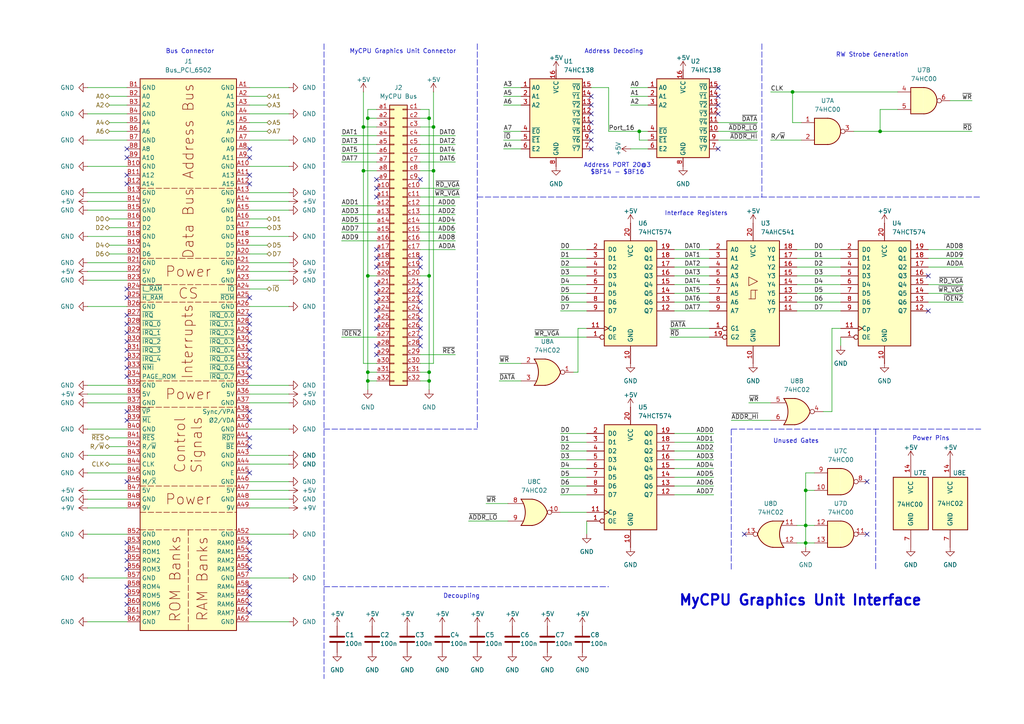
<source format=kicad_sch>
(kicad_sch (version 20231120) (generator "eeschema") (generator_version "8.0")
  (paper "A4")
  (title_block (title "S65xx Computer System") (date "2024-06-30") (rev "1.0") (company "Synthron"))
  (junction (at 233.68 152.4))
  (junction (at 124.46 107.95))
  (junction (at 125.73 49.53))
  (junction (at 255.27 38.1))
  (junction (at 124.46 110.49))
  (junction (at 125.73 36.83))
  (junction (at 106.68 110.49))
  (junction (at 229.87 26.67))
  (junction (at 105.41 49.53))
  (junction (at 124.46 34.29))
  (junction (at 106.68 34.29))
  (junction (at 185.42 38.1))
  (junction (at 105.41 36.83))
  (junction (at 233.68 157.48))
  (junction (at 124.46 80.01))
  (junction (at 106.68 107.95))
  (junction (at 233.68 142.24))
  (junction (at 106.68 80.01))
  (no_connect (at 121.92 77.47))
  (no_connect (at 72.39 45.72))
  (no_connect (at 72.39 137.16))
  (no_connect (at 109.22 102.87))
  (no_connect (at 109.22 77.47))
  (no_connect (at 36.83 121.92))
  (no_connect (at 121.92 95.25))
  (no_connect (at 72.39 101.6))
  (no_connect (at 36.83 119.38))
  (no_connect (at 36.83 177.8))
  (no_connect (at 36.83 104.14))
  (no_connect (at 72.39 99.06))
  (no_connect (at 36.83 50.8))
  (no_connect (at 109.22 90.17))
  (no_connect (at 269.24 80.01))
  (no_connect (at 36.83 96.52))
  (no_connect (at 215.9 154.94))
  (no_connect (at 109.22 74.93))
  (no_connect (at 72.39 170.18))
  (no_connect (at 36.83 93.98))
  (no_connect (at 72.39 127))
  (no_connect (at 72.39 162.56))
  (no_connect (at 36.83 160.02))
  (no_connect (at 72.39 175.26))
  (no_connect (at 72.39 43.18))
  (no_connect (at 36.83 175.26))
  (no_connect (at 36.83 170.18))
  (no_connect (at 109.22 57.15))
  (no_connect (at 109.22 85.09))
  (no_connect (at 171.45 43.18))
  (no_connect (at 109.22 92.71))
  (no_connect (at 36.83 86.36))
  (no_connect (at 121.92 100.33))
  (no_connect (at 109.22 100.33))
  (no_connect (at 251.46 139.7))
  (no_connect (at 109.22 52.07))
  (no_connect (at 36.83 91.44))
  (no_connect (at 72.39 172.72))
  (no_connect (at 109.22 72.39))
  (no_connect (at 72.39 91.44))
  (no_connect (at 36.83 139.7))
  (no_connect (at 72.39 50.8))
  (no_connect (at 36.83 53.34))
  (no_connect (at 72.39 93.98))
  (no_connect (at 109.22 54.61))
  (no_connect (at 72.39 104.14))
  (no_connect (at 208.28 30.48))
  (no_connect (at 72.39 53.34))
  (no_connect (at 72.39 86.36))
  (no_connect (at 171.45 27.94))
  (no_connect (at 121.92 85.09))
  (no_connect (at 208.28 43.18))
  (no_connect (at 121.92 82.55))
  (no_connect (at 72.39 160.02))
  (no_connect (at 121.92 90.17))
  (no_connect (at 171.45 40.64))
  (no_connect (at 36.83 45.72))
  (no_connect (at 72.39 109.22))
  (no_connect (at 36.83 83.82))
  (no_connect (at 72.39 119.38))
  (no_connect (at 36.83 109.22))
  (no_connect (at 109.22 82.55))
  (no_connect (at 121.92 74.93))
  (no_connect (at 109.22 95.25))
  (no_connect (at 72.39 157.48))
  (no_connect (at 36.83 43.18))
  (no_connect (at 121.92 87.63))
  (no_connect (at 36.83 101.6))
  (no_connect (at 208.28 27.94))
  (no_connect (at 251.46 154.94))
  (no_connect (at 36.83 157.48))
  (no_connect (at 171.45 30.48))
  (no_connect (at 72.39 96.52))
  (no_connect (at 121.92 97.79))
  (no_connect (at 72.39 106.68))
  (no_connect (at 72.39 177.8))
  (no_connect (at 171.45 38.1))
  (no_connect (at 72.39 165.1))
  (no_connect (at 269.24 90.17))
  (no_connect (at 171.45 35.56))
  (no_connect (at 208.28 25.4))
  (no_connect (at 36.83 165.1))
  (no_connect (at 171.45 33.02))
  (no_connect (at 36.83 99.06))
  (no_connect (at 121.92 92.71))
  (no_connect (at 72.39 121.92))
  (no_connect (at 36.83 172.72))
  (no_connect (at 208.28 33.02))
  (no_connect (at 36.83 106.68))
  (no_connect (at 72.39 129.54))
  (no_connect (at 109.22 87.63))
  (no_connect (at 36.83 162.56))
  (no_connect (at 121.92 52.07))
  (wire (pts (xy 182.88 27.94) (xy 187.96 27.94)))
  (wire (pts (xy 121.92 105.41) (xy 125.73 105.41)))
  (wire (pts (xy 207.01 138.43) (xy 195.58 138.43)))
  (wire (pts (xy 124.46 31.75) (xy 121.92 31.75)))
  (wire (pts (xy 31.75 27.94) (xy 36.83 27.94)))
  (wire (pts (xy 247.65 38.1) (xy 255.27 38.1)))
  (wire (pts (xy 99.06 46.99) (xy 109.22 46.99)))
  (wire (pts (xy 243.84 85.09) (xy 231.14 85.09)))
  (wire (pts (xy 231.14 77.47) (xy 243.84 77.47)))
  (wire (pts (xy 25.4 78.74) (xy 36.83 78.74)))
  (wire (pts (xy 255.27 31.75) (xy 260.35 31.75)))
  (wire (pts (xy 241.3 119.38) (xy 241.3 95.25)))
  (wire (pts (xy 279.4 87.63) (xy 269.24 87.63)))
  (wire (pts (xy 162.56 80.01) (xy 170.18 80.01)))
  (wire (pts (xy 99.06 62.23) (xy 109.22 62.23)))
  (wire (pts (xy 243.84 87.63) (xy 231.14 87.63)))
  (wire (pts (xy 106.68 80.01) (xy 106.68 34.29)))
  (wire (pts (xy 162.56 140.97) (xy 170.18 140.97)))
  (wire (pts (xy 25.4 81.28) (xy 36.83 81.28)))
  (wire (pts (xy 229.87 26.67) (xy 260.35 26.67)))
  (wire (pts (xy 162.56 128.27) (xy 170.18 128.27)))
  (wire (pts (xy 106.68 107.95) (xy 106.68 110.49)))
  (wire (pts (xy 83.82 55.88) (xy 72.39 55.88)))
  (wire (pts (xy 121.92 110.49) (xy 124.46 110.49)))
  (wire (pts (xy 83.82 116.84) (xy 72.39 116.84)))
  (wire (pts (xy 195.58 82.55) (xy 205.74 82.55)))
  (wire (pts (xy 185.42 38.1) (xy 185.42 40.64)))
  (wire (pts (xy 231.14 157.48) (xy 233.68 157.48)))
  (wire (pts (xy 106.68 107.95) (xy 109.22 107.95)))
  (wire (pts (xy 109.22 105.41) (xy 105.41 105.41)))
  (wire (pts (xy 162.56 77.47) (xy 170.18 77.47)))
  (wire (pts (xy 83.82 48.26) (xy 72.39 48.26)))
  (wire (pts (xy 99.06 64.77) (xy 109.22 64.77)))
  (wire (pts (xy 132.08 44.45) (xy 121.92 44.45)))
  (wire (pts (xy 31.75 30.48) (xy 36.83 30.48)))
  (wire (pts (xy 83.82 154.94) (xy 72.39 154.94)))
  (wire (pts (xy 205.74 74.93) (xy 195.58 74.93)))
  (wire (pts (xy 99.06 67.31) (xy 109.22 67.31)))
  (wire (pts (xy 229.87 35.56) (xy 229.87 26.67)))
  (wire (pts (xy 83.82 114.3) (xy 72.39 114.3)))
  (wire (pts (xy 83.82 88.9) (xy 72.39 88.9)))
  (wire (pts (xy 106.68 34.29) (xy 109.22 34.29)))
  (wire (pts (xy 162.56 138.43) (xy 170.18 138.43)))
  (wire (pts (xy 279.4 74.93) (xy 269.24 74.93)))
  (wire (pts (xy 162.56 85.09) (xy 170.18 85.09)))
  (wire (pts (xy 25.4 167.64) (xy 36.83 167.64)))
  (wire (pts (xy 31.75 129.54) (xy 36.83 129.54)))
  (wire (pts (xy 99.06 44.45) (xy 109.22 44.45)))
  (wire (pts (xy 77.47 38.1) (xy 72.39 38.1)))
  (wire (pts (xy 25.4 58.42) (xy 36.83 58.42)))
  (wire (pts (xy 241.3 95.25) (xy 243.84 95.25)))
  (wire (pts (xy 105.41 36.83) (xy 109.22 36.83)))
  (wire (pts (xy 219.71 38.1) (xy 208.28 38.1)))
  (wire (pts (xy 25.4 88.9) (xy 36.83 88.9)))
  (wire (pts (xy 243.84 90.17) (xy 231.14 90.17)))
  (wire (pts (xy 83.82 167.64) (xy 72.39 167.64)))
  (wire (pts (xy 162.56 148.59) (xy 170.18 148.59)))
  (wire (pts (xy 77.47 66.04) (xy 72.39 66.04)))
  (wire (pts (xy 232.41 35.56) (xy 229.87 35.56)))
  (wire (pts (xy 83.82 144.78) (xy 72.39 144.78)))
  (wire (pts (xy 255.27 38.1) (xy 255.27 31.75)))
  (wire (pts (xy 25.4 33.02) (xy 36.83 33.02)))
  (wire (pts (xy 25.4 68.58) (xy 36.83 68.58)))
  (wire (pts (xy 151.13 105.41) (xy 144.78 105.41)))
  (wire (pts (xy 25.4 144.78) (xy 36.83 144.78)))
  (wire (pts (xy 25.4 132.08) (xy 36.83 132.08)))
  (wire (pts (xy 132.08 69.85) (xy 121.92 69.85)))
  (wire (pts (xy 25.4 40.64) (xy 36.83 40.64)))
  (wire (pts (xy 255.27 38.1) (xy 281.94 38.1)))
  (wire (pts (xy 146.05 30.48) (xy 151.13 30.48)))
  (wire (pts (xy 77.47 35.56) (xy 72.39 35.56)))
  (wire (pts (xy 77.47 27.94) (xy 72.39 27.94)))
  (wire (pts (xy 25.4 60.96) (xy 36.83 60.96)))
  (wire (pts (xy 25.4 154.94) (xy 36.83 154.94)))
  (wire (pts (xy 223.52 116.84) (xy 217.17 116.84)))
  (wire (pts (xy 99.06 69.85) (xy 109.22 69.85)))
  (wire (pts (xy 182.88 30.48) (xy 187.96 30.48)))
  (wire (pts (xy 31.75 71.12) (xy 36.83 71.12)))
  (wire (pts (xy 154.94 97.79) (xy 170.18 97.79)))
  (wire (pts (xy 243.84 82.55) (xy 231.14 82.55)))
  (polyline (pts (xy 138.43 57.15) (xy 284.48 57.15)) (stroke (width 0) (type dash)))
  (wire (pts (xy 25.4 55.88) (xy 36.83 55.88)))
  (wire (pts (xy 83.82 60.96) (xy 72.39 60.96)))
  (wire (pts (xy 25.4 114.3) (xy 36.83 114.3)))
  (wire (pts (xy 219.71 40.64) (xy 208.28 40.64)))
  (polyline (pts (xy 254 124.46) (xy 254 165.1)) (stroke (width 0) (type dash)))
  (wire (pts (xy 176.53 38.1) (xy 176.53 25.4)))
  (wire (pts (xy 106.68 80.01) (xy 109.22 80.01)))
  (wire (pts (xy 124.46 80.01) (xy 121.92 80.01)))
  (wire (pts (xy 243.84 74.93) (xy 231.14 74.93)))
  (wire (pts (xy 162.56 143.51) (xy 170.18 143.51)))
  (wire (pts (xy 146.05 43.18) (xy 151.13 43.18)))
  (wire (pts (xy 279.4 82.55) (xy 269.24 82.55)))
  (wire (pts (xy 279.4 77.47) (xy 269.24 77.47)))
  (wire (pts (xy 195.58 85.09) (xy 205.74 85.09)))
  (wire (pts (xy 146.05 25.4) (xy 151.13 25.4)))
  (wire (pts (xy 279.4 85.09) (xy 269.24 85.09)))
  (wire (pts (xy 31.75 134.62) (xy 36.83 134.62)))
  (wire (pts (xy 132.08 62.23) (xy 121.92 62.23)))
  (wire (pts (xy 146.05 38.1) (xy 151.13 38.1)))
  (wire (pts (xy 207.01 140.97) (xy 195.58 140.97)))
  (wire (pts (xy 106.68 31.75) (xy 109.22 31.75)))
  (wire (pts (xy 231.14 152.4) (xy 233.68 152.4)))
  (wire (pts (xy 83.82 33.02) (xy 72.39 33.02)))
  (wire (pts (xy 106.68 107.95) (xy 106.68 80.01)))
  (wire (pts (xy 31.75 66.04) (xy 36.83 66.04)))
  (wire (pts (xy 171.45 25.4) (xy 176.53 25.4)))
  (wire (pts (xy 233.68 152.4) (xy 233.68 157.48)))
  (wire (pts (xy 233.68 152.4) (xy 233.68 142.24)))
  (wire (pts (xy 124.46 80.01) (xy 124.46 34.29)))
  (wire (pts (xy 233.68 142.24) (xy 233.68 137.16)))
  (wire (pts (xy 125.73 105.41) (xy 125.73 49.53)))
  (wire (pts (xy 207.01 130.81) (xy 195.58 130.81)))
  (wire (pts (xy 195.58 77.47) (xy 205.74 77.47)))
  (wire (pts (xy 83.82 134.62) (xy 72.39 134.62)))
  (wire (pts (xy 144.78 110.49) (xy 151.13 110.49)))
  (wire (pts (xy 83.82 180.34) (xy 72.39 180.34)))
  (wire (pts (xy 31.75 63.5) (xy 36.83 63.5)))
  (wire (pts (xy 124.46 34.29) (xy 121.92 34.29)))
  (wire (pts (xy 231.14 80.01) (xy 243.84 80.01)))
  (polyline (pts (xy 220.98 12.7) (xy 220.98 57.15)) (stroke (width 0) (type dash)))
  (wire (pts (xy 275.59 29.21) (xy 281.94 29.21)))
  (wire (pts (xy 233.68 157.48) (xy 236.22 157.48)))
  (wire (pts (xy 124.46 107.95) (xy 121.92 107.95)))
  (wire (pts (xy 83.82 139.7) (xy 72.39 139.7)))
  (wire (pts (xy 124.46 34.29) (xy 124.46 31.75)))
  (wire (pts (xy 132.08 46.99) (xy 121.92 46.99)))
  (wire (pts (xy 207.01 135.89) (xy 195.58 135.89)))
  (wire (pts (xy 25.4 180.34) (xy 36.83 180.34)))
  (wire (pts (xy 243.84 72.39) (xy 231.14 72.39)))
  (wire (pts (xy 83.82 68.58) (xy 72.39 68.58)))
  (wire (pts (xy 106.68 110.49) (xy 106.68 113.03)))
  (wire (pts (xy 25.4 116.84) (xy 36.83 116.84)))
  (wire (pts (xy 83.82 58.42) (xy 72.39 58.42)))
  (wire (pts (xy 124.46 107.95) (xy 124.46 110.49)))
  (wire (pts (xy 124.46 110.49) (xy 124.46 113.03)))
  (polyline (pts (xy 212.09 165.1) (xy 212.09 124.46)) (stroke (width 0) (type dash)))
  (wire (pts (xy 83.82 124.46) (xy 72.39 124.46)))
  (wire (pts (xy 31.75 73.66) (xy 36.83 73.66)))
  (wire (pts (xy 233.68 142.24) (xy 236.22 142.24)))
  (wire (pts (xy 207.01 143.51) (xy 195.58 143.51)))
  (wire (pts (xy 125.73 36.83) (xy 121.92 36.83)))
  (wire (pts (xy 233.68 152.4) (xy 236.22 152.4)))
  (wire (pts (xy 99.06 41.91) (xy 109.22 41.91)))
  (wire (pts (xy 162.56 72.39) (xy 170.18 72.39)))
  (wire (pts (xy 167.64 107.95) (xy 167.64 95.25)))
  (wire (pts (xy 83.82 132.08) (xy 72.39 132.08)))
  (wire (pts (xy 162.56 90.17) (xy 170.18 90.17)))
  (wire (pts (xy 121.92 57.15) (xy 133.35 57.15)))
  (wire (pts (xy 25.4 76.2) (xy 36.83 76.2)))
  (wire (pts (xy 195.58 90.17) (xy 205.74 90.17)))
  (wire (pts (xy 187.96 38.1) (xy 185.42 38.1)))
  (wire (pts (xy 83.82 25.4) (xy 72.39 25.4)))
  (wire (pts (xy 99.06 97.79) (xy 109.22 97.79)))
  (wire (pts (xy 219.71 35.56) (xy 208.28 35.56)))
  (wire (pts (xy 31.75 35.56) (xy 36.83 35.56)))
  (wire (pts (xy 77.47 63.5) (xy 72.39 63.5)))
  (wire (pts (xy 233.68 137.16) (xy 236.22 137.16)))
  (wire (pts (xy 105.41 49.53) (xy 105.41 36.83)))
  (wire (pts (xy 279.4 72.39) (xy 269.24 72.39)))
  (wire (pts (xy 223.52 26.67) (xy 229.87 26.67)))
  (wire (pts (xy 195.58 80.01) (xy 205.74 80.01)))
  (wire (pts (xy 105.41 26.67) (xy 105.41 36.83)))
  (wire (pts (xy 83.82 111.76) (xy 72.39 111.76)))
  (wire (pts (xy 83.82 81.28) (xy 72.39 81.28)))
  (wire (pts (xy 83.82 76.2) (xy 72.39 76.2)))
  (wire (pts (xy 132.08 39.37) (xy 121.92 39.37)))
  (wire (pts (xy 176.53 38.1) (xy 185.42 38.1)))
  (wire (pts (xy 31.75 127) (xy 36.83 127)))
  (wire (pts (xy 162.56 74.93) (xy 170.18 74.93)))
  (wire (pts (xy 25.4 147.32) (xy 36.83 147.32)))
  (wire (pts (xy 124.46 107.95) (xy 124.46 80.01)))
  (wire (pts (xy 77.47 71.12) (xy 72.39 71.12)))
  (wire (pts (xy 99.06 39.37) (xy 109.22 39.37)))
  (polyline (pts (xy 212.09 124.46) (xy 284.48 124.46)) (stroke (width 0) (type dash)))
  (wire (pts (xy 109.22 49.53) (xy 105.41 49.53)))
  (wire (pts (xy 125.73 26.67) (xy 125.73 36.83)))
  (wire (pts (xy 83.82 78.74) (xy 72.39 78.74)))
  (wire (pts (xy 212.09 121.92) (xy 223.52 121.92)))
  (wire (pts (xy 132.08 59.69) (xy 121.92 59.69)))
  (wire (pts (xy 25.4 48.26) (xy 36.83 48.26)))
  (polyline (pts (xy 93.98 12.7) (xy 93.98 196.85)) (stroke (width 0) (type dash)))
  (wire (pts (xy 162.56 125.73) (xy 170.18 125.73)))
  (wire (pts (xy 83.82 147.32) (xy 72.39 147.32)))
  (wire (pts (xy 25.4 25.4) (xy 36.83 25.4)))
  (wire (pts (xy 185.42 40.64) (xy 187.96 40.64)))
  (wire (pts (xy 170.18 151.13) (xy 170.18 154.94)))
  (wire (pts (xy 132.08 67.31) (xy 121.92 67.31)))
  (polyline (pts (xy 138.43 12.7) (xy 138.43 124.46)) (stroke (width 0) (type dash)))
  (wire (pts (xy 105.41 105.41) (xy 105.41 49.53)))
  (wire (pts (xy 147.32 146.05) (xy 140.97 146.05)))
  (wire (pts (xy 195.58 72.39) (xy 205.74 72.39)))
  (wire (pts (xy 132.08 64.77) (xy 121.92 64.77)))
  (wire (pts (xy 207.01 128.27) (xy 195.58 128.27)))
  (wire (pts (xy 146.05 27.94) (xy 151.13 27.94)))
  (wire (pts (xy 241.3 119.38) (xy 238.76 119.38)))
  (wire (pts (xy 25.4 124.46) (xy 36.83 124.46)))
  (wire (pts (xy 233.68 157.48) (xy 233.68 158.75)))
  (wire (pts (xy 83.82 40.64) (xy 72.39 40.64)))
  (wire (pts (xy 194.31 97.79) (xy 205.74 97.79)))
  (wire (pts (xy 132.08 41.91) (xy 121.92 41.91)))
  (wire (pts (xy 223.52 40.64) (xy 232.41 40.64)))
  (wire (pts (xy 243.84 100.33) (xy 243.84 97.79)))
  (wire (pts (xy 132.08 72.39) (xy 121.92 72.39)))
  (wire (pts (xy 77.47 73.66) (xy 72.39 73.66)))
  (wire (pts (xy 146.05 40.64) (xy 151.13 40.64)))
  (wire (pts (xy 77.47 83.82) (xy 72.39 83.82)))
  (wire (pts (xy 135.89 151.13) (xy 147.32 151.13)))
  (polyline (pts (xy 93.98 124.46) (xy 138.43 124.46)) (stroke (width 0) (type dash)))
  (wire (pts (xy 162.56 130.81) (xy 170.18 130.81)))
  (wire (pts (xy 162.56 82.55) (xy 170.18 82.55)))
  (wire (pts (xy 121.92 54.61) (xy 133.35 54.61)))
  (polyline (pts (xy 93.98 170.18) (xy 176.53 170.18)) (stroke (width 0) (type dash)))
  (wire (pts (xy 207.01 133.35) (xy 195.58 133.35)))
  (wire (pts (xy 162.56 87.63) (xy 170.18 87.63)))
  (wire (pts (xy 25.4 137.16) (xy 36.83 137.16)))
  (wire (pts (xy 121.92 102.87) (xy 132.08 102.87)))
  (wire (pts (xy 77.47 30.48) (xy 72.39 30.48)))
  (wire (pts (xy 182.88 25.4) (xy 187.96 25.4)))
  (wire (pts (xy 205.74 87.63) (xy 195.58 87.63)))
  (wire (pts (xy 83.82 142.24) (xy 72.39 142.24)))
  (wire (pts (xy 99.06 59.69) (xy 109.22 59.69)))
  (wire (pts (xy 25.4 142.24) (xy 36.83 142.24)))
  (wire (pts (xy 25.4 111.76) (xy 36.83 111.76)))
  (wire (pts (xy 162.56 133.35) (xy 170.18 133.35)))
  (wire (pts (xy 109.22 110.49) (xy 106.68 110.49)))
  (wire (pts (xy 162.56 135.89) (xy 170.18 135.89)))
  (wire (pts (xy 125.73 49.53) (xy 125.73 36.83)))
  (wire (pts (xy 167.64 107.95) (xy 166.37 107.95)))
  (wire (pts (xy 194.31 95.25) (xy 205.74 95.25)))
  (wire (pts (xy 167.64 95.25) (xy 170.18 95.25)))
  (wire (pts (xy 207.01 125.73) (xy 195.58 125.73)))
  (wire (pts (xy 106.68 34.29) (xy 106.68 31.75)))
  (wire (pts (xy 121.92 49.53) (xy 125.73 49.53)))
  (wire (pts (xy 182.88 43.18) (xy 187.96 43.18)))
  (wire (pts (xy 31.75 38.1) (xy 36.83 38.1)))
  (text "Power Pins" (at 270.002 127.254 0) (effects (font (size 1.27 1.27))))
  (text "MyCPU Graphics Unit Connector" (at 116.84 14.986 0) (effects (font (size 1.27 1.27))))
  (text "RW Strobe Generation" (at 252.984 16.002 0) (effects (font (size 1.27 1.27))))
  (text "Address Decoding" (at 178.054 14.986 0) (effects (font (size 1.27 1.27))))
  (text "MyCPU Graphics Unit Interface" (at 232.156 174.244 0) (effects (font (size 3 3) (thickness 0.6) (bold yes))))
  (text "Interface Registers" (at 201.93 61.976 0) (effects (font (size 1.27 1.27))))
  (text "Bus Connector" (at 55.118 14.986 0) (effects (font (size 1.27 1.27))))
  (text "Unused Gates" (at 230.886 128.016 0) (effects (font (size 1.27 1.27))))
  (text "Address PORT 20@3\n$BF14 - $BF16" (at 179.07 49.022 0) (effects (font (size 1.27 1.27))))
  (text "Decoupling" (at 133.858 172.974 0) (effects (font (size 1.27 1.27))))
  (label "D4" (at 238.76 82.55 180))
  (label "D1" (at 238.76 74.93 180))
  (label "ADDA" (at 279.4 77.47 180))
  (label "~{RD}" (at 194.31 97.79 0))
  (label "~{ADDR_HI}" (at 212.09 121.92 0))
  (label "A0" (at 182.88 25.4 0))
  (label "ADD3" (at 207.01 133.35 180))
  (label "ADD6" (at 132.08 67.31 180))
  (label "A7" (at 146.05 38.1 0))
  (label "DAT7" (at 203.2 90.17 180))
  (label "DAT0" (at 203.2 72.39 180))
  (label "~{RES}" (at 132.08 102.87 180))
  (label "~{WR}" (at 217.17 116.84 0))
  (label "~{WR_VGA}" (at 279.4 85.09 180))
  (label "D2" (at 162.56 130.81 0))
  (label "CLK" (at 223.52 26.67 0))
  (label "ADD5" (at 99.06 64.77 0))
  (label "~{WR}" (at 144.78 105.41 0))
  (label "DAT1" (at 99.06 39.37 0))
  (label "D5" (at 162.56 138.43 0))
  (label "~{RD_VGA}" (at 133.35 54.61 180))
  (label "Port_16" (at 176.53 38.1 0))
  (label "~{WR_VGA}" (at 133.35 57.15 180))
  (label "~{ADDR_HI}" (at 219.71 40.64 180))
  (label "DAT6" (at 132.08 46.99 180))
  (label "ADD2" (at 207.01 130.81 180))
  (label "ADD6" (at 207.01 140.97 180))
  (label "D7" (at 162.56 90.17 0))
  (label "D2" (at 238.76 77.47 180))
  (label "D4" (at 162.56 82.55 0))
  (label "~{DATA}" (at 194.31 95.25 0))
  (label "ADD3" (at 99.06 62.23 0))
  (label "DAT2" (at 203.2 77.47 180))
  (label "~{DATA}" (at 219.71 35.56 180))
  (label "DAT0" (at 132.08 39.37 180))
  (label "~{RD}" (at 281.94 38.1 180))
  (label "ADD7" (at 207.01 143.51 180))
  (label "D6" (at 238.76 87.63 180))
  (label "~{DATA}" (at 144.78 110.49 0))
  (label "D6" (at 162.56 87.63 0))
  (label "ADD4" (at 132.08 64.77 180))
  (label "D7" (at 238.76 90.17 180))
  (label "ADD7" (at 99.06 67.31 0))
  (label "D3" (at 162.56 133.35 0))
  (label "ADD9" (at 279.4 74.93 180))
  (label "~{ADDR_LO}" (at 219.71 38.1 180))
  (label "D1" (at 162.56 74.93 0))
  (label "ADD8" (at 132.08 69.85 180))
  (label "~{IOEN2}" (at 279.4 87.63 180))
  (label "D7" (at 162.56 143.51 0))
  (label "D0" (at 238.76 72.39 180))
  (label "D6" (at 162.56 140.97 0))
  (label "~{IOEN2}" (at 99.06 97.79 0))
  (label "A3" (at 146.05 25.4 0))
  (label "ADD9" (at 99.06 69.85 0))
  (label "DAT4" (at 203.2 82.55 180))
  (label "DAT2" (at 132.08 41.91 180))
  (label "A1" (at 182.88 27.94 0))
  (label "DAT5" (at 203.2 85.09 180))
  (label "A4" (at 146.05 43.18 0))
  (label "DAT6" (at 203.2 87.63 180))
  (label "D0" (at 162.56 125.73 0))
  (label "ADD0" (at 132.08 59.69 180))
  (label "D5" (at 162.56 85.09 0))
  (label "D0" (at 162.56 72.39 0))
  (label "DAT4" (at 132.08 44.45 180))
  (label "ADD1" (at 99.06 59.69 0))
  (label "ADD1" (at 207.01 128.27 180))
  (label "ADD4" (at 207.01 135.89 180))
  (label "D2" (at 162.56 77.47 0))
  (label "~{WR}" (at 140.97 146.05 0))
  (label "A5" (at 146.05 27.94 0))
  (label "D1" (at 162.56 128.27 0))
  (label "~{WR}" (at 281.94 29.21 180))
  (label "A2" (at 182.88 30.48 0))
  (label "ADDA" (at 132.08 72.39 180))
  (label "ADD5" (at 207.01 138.43 180))
  (label "DAT1" (at 203.2 74.93 180))
  (label "DAT3" (at 99.06 41.91 0))
  (label "DAT3" (at 203.2 80.01 180))
  (label "D5" (at 238.76 85.09 180))
  (label "DAT5" (at 99.06 44.45 0))
  (label "~{WR_VGA}" (at 154.94 97.79 0))
  (label "ADD0" (at 207.01 125.73 180))
  (label "DAT7" (at 99.06 46.99 0))
  (label "~{RD_VGA}" (at 279.4 82.55 180))
  (label "ADD2" (at 132.08 62.23 180))
  (label "D4" (at 162.56 135.89 0))
  (label "ADD8" (at 279.4 72.39 180))
  (label "D3" (at 238.76 80.01 180))
  (label "~{ADDR_LO}" (at 135.89 151.13 0))
  (label "R{slash}~{W}" (at 223.52 40.64 0))
  (label "~{IO}" (at 146.05 40.64 0))
  (label "D3" (at 162.56 80.01 0))
  (label "A6" (at 146.05 30.48 0))
  (hierarchical_label "D7" (shape bidirectional) (at 77.47 73.66 0))
  (hierarchical_label "A1" (shape bidirectional) (at 77.47 27.94 0))
  (hierarchical_label "A0" (shape bidirectional) (at 31.75 27.94 180))
  (hierarchical_label "A2" (shape bidirectional) (at 31.75 30.48 180))
  (hierarchical_label "A4" (shape bidirectional) (at 31.75 35.56 180))
  (hierarchical_label "D6" (shape bidirectional) (at 31.75 73.66 180))
  (hierarchical_label "D2" (shape bidirectional) (at 31.75 66.04 180))
  (hierarchical_label "CLK" (shape bidirectional) (at 31.75 134.62 180))
  (hierarchical_label "D0" (shape bidirectional) (at 31.75 63.5 180))
  (hierarchical_label "D5" (shape bidirectional) (at 77.47 71.12 0))
  (hierarchical_label "~{RES}" (shape bidirectional) (at 31.75 127 180))
  (hierarchical_label "A6" (shape bidirectional) (at 31.75 38.1 180))
  (hierarchical_label "A5" (shape bidirectional) (at 77.47 35.56 0))
  (hierarchical_label "R{slash}~{W}" (shape bidirectional) (at 31.75 129.54 180))
  (hierarchical_label "~{IO}" (shape bidirectional) (at 77.47 83.82 0))
  (hierarchical_label "A3" (shape bidirectional) (at 77.47 30.48 0))
  (hierarchical_label "A7" (shape bidirectional) (at 77.47 38.1 0))
  (hierarchical_label "D4" (shape bidirectional) (at 31.75 71.12 180))
  (hierarchical_label "D1" (shape bidirectional) (at 77.47 63.5 0))
  (hierarchical_label "D3" (shape bidirectional) (at 77.47 66.04 0))
  (symbol (lib_id "power:+5V") (at 264.16 133.35 0) (mirror y) (unit 1)
    (property "Reference" "#PWR072" (effects (hide yes)))
    (property "Value" "+5V" (at 264.16 129.794 0))
    (property "Description" "Power symbol creates a global label with name \"+5V\"" (effects (hide yes)))
  )
  (symbol (lib_id "power:+5V") (at 182.88 118.11 0) (mirror y) (unit 1)
    (property "Reference" "#PWR059" (effects (hide yes)))
    (property "Value" "+5V" (at 182.88 114.554 0))
    (property "Description" "Power symbol creates a global label with name \"+5V\"" (effects (hide yes)))
  )
  (symbol (lib_id "74xx:74HC02") (at 158.75 107.95 0) (unit 1)
    (property "Reference" "U8" (at 158.75 99.06 0))
    (property "Value" "74HC02" (at 158.75 101.6 0))
    (property "Footprint" "Package_DIP:DIP-14_W7.62mm" (effects (hide yes)))
    (property "Datasheet" "http://www.ti.com/lit/gpn/sn74hc02" (effects (hide yes)))
    (property "Description" "quad 2-input NOR gate" (effects (hide yes)))
  )
  (symbol (lib_id "power:+5V") (at 83.82 142.24 270) (mirror x) (unit 1)
    (property "Reference" "#PWR039" (effects (hide yes)))
    (property "Value" "+5V" (at 87.63 142.2399 90) (effects (justify left)))
    (property "Description" "Power symbol creates a global label with name \"+5V\"" (effects (hide yes)))
  )
  (symbol (lib_id "power:GND") (at 25.4 60.96 270) (unit 1)
    (property "Reference" "#PWR013" (effects (hide yes)))
    (property "Value" "GND" (at 21.59 60.9599 90) (effects (justify right)))
    (property "Description" "Power symbol creates a global label with name \"GND\" , ground" (effects (hide yes)))
  )
  (symbol (lib_id "power:GND") (at 128.27 189.23 0) (mirror y) (unit 1)
    (property "Reference" "#PWR081" (effects (hide yes)))
    (property "Value" "GND" (at 128.27 194.31 0))
    (property "Description" "Power symbol creates a global label with name \"GND\" , ground" (effects (hide yes)))
  )
  (symbol (lib_id "power:GND") (at 83.82 139.7 90) (mirror x) (unit 1)
    (property "Reference" "#PWR037" (effects (hide yes)))
    (property "Value" "GND" (at 87.63 139.6999 90) (effects (justify right)))
    (property "Description" "Power symbol creates a global label with name \"GND\" , ground" (effects (hide yes)))
  )
  (symbol (lib_id "power:GND") (at 83.82 48.26 90) (mirror x) (unit 1)
    (property "Reference" "#PWR08" (effects (hide yes)))
    (property "Value" "GND" (at 87.63 48.2599 90) (effects (justify right)))
    (property "Description" "Power symbol creates a global label with name \"GND\" , ground" (effects (hide yes)))
  )
  (symbol (lib_id "power:GND") (at 25.4 25.4 270) (unit 1)
    (property "Reference" "#PWR01" (effects (hide yes)))
    (property "Value" "GND" (at 21.59 25.3999 90) (effects (justify right)))
    (property "Description" "Power symbol creates a global label with name \"GND\" , ground" (effects (hide yes)))
  )
  (symbol (lib_id "power:+5V") (at 97.79 181.61 0) (mirror y) (unit 1)
    (property "Reference" "#PWR074" (effects (hide yes)))
    (property "Value" "+5V" (at 97.79 178.054 0))
    (property "Description" "Power symbol creates a global label with name \"+5V\"" (effects (hide yes)))
  )
  (symbol (lib_id "power:GND") (at 218.44 105.41 0) (mirror y) (unit 1)
    (property "Reference" "#PWR056" (effects (hide yes)))
    (property "Value" "GND" (at 218.44 110.49 0))
    (property "Description" "Power symbol creates a global label with name \"GND\" , ground" (effects (hide yes)))
  )
  (symbol (lib_id "74xx:74HC00") (at 243.84 139.7 0) (unit 3)
    (property "Reference" "U7" (at 243.8317 130.81 0))
    (property "Value" "74HC00" (at 243.8317 133.35 0))
    (property "Footprint" "Package_DIP:DIP-14_W7.62mm" (effects (hide yes)))
    (property "Datasheet" "http://www.ti.com/lit/gpn/sn74hc00" (effects (hide yes)))
    (property "Description" "quad 2-input NAND gate" (effects (hide yes)))
  )
  (symbol (lib_id "power:GND") (at 83.82 76.2 90) (mirror x) (unit 1)
    (property "Reference" "#PWR018" (effects (hide yes)))
    (property "Value" "GND" (at 87.63 76.1999 90) (effects (justify right)))
    (property "Description" "Power symbol creates a global label with name \"GND\" , ground" (effects (hide yes)))
  )
  (symbol (lib_id "power:GND") (at 107.95 189.23 0) (mirror y) (unit 1)
    (property "Reference" "#PWR077" (effects (hide yes)))
    (property "Value" "GND" (at 107.95 194.31 0))
    (property "Description" "Power symbol creates a global label with name \"GND\" , ground" (effects (hide yes)))
  )
  (symbol (lib_id "74xx:74HC138") (at 198.12 35.56 0) (unit 1)
    (property "Reference" "U2" (at 200.3141 17.78 0) (effects (justify left)))
    (property "Value" "74HC138" (at 200.3141 20.32 0) (effects (justify left)))
    (property "Footprint" "Package_DIP:DIP-16_W7.62mm" (effects (hide yes)))
    (property "Datasheet" "http://www.ti.com/lit/ds/symlink/cd74hc238.pdf" (effects (hide yes)))
    (property "Description" "3-to-8 line decoder/multiplexer inverting, DIP-16/SOIC-16/SSOP-16" (effects (hide yes)))
  )
  (symbol (lib_id "power:GND") (at 25.4 180.34 270) (unit 1)
    (property "Reference" "#PWR048" (effects (hide yes)))
    (property "Value" "GND" (at 21.59 180.3399 90) (effects (justify right)))
    (property "Description" "Power symbol creates a global label with name \"GND\" , ground" (effects (hide yes)))
  )
  (symbol (lib_id "power:GND") (at 83.82 25.4 90) (mirror x) (unit 1)
    (property "Reference" "#PWR02" (effects (hide yes)))
    (property "Value" "GND" (at 87.63 25.3999 90) (effects (justify right)))
    (property "Description" "Power symbol creates a global label with name \"GND\" , ground" (effects (hide yes)))
  )
  (symbol (lib_id "power:GND") (at 83.82 132.08 90) (mirror x) (unit 1)
    (property "Reference" "#PWR034" (effects (hide yes)))
    (property "Value" "GND" (at 87.63 132.0799 90) (effects (justify right)))
    (property "Description" "Power symbol creates a global label with name \"GND\" , ground" (effects (hide yes)))
  )
  (symbol (lib_id "power:GND") (at 198.12 48.26 0) (mirror y) (unit 1)
    (property "Reference" "#PWR054" (effects (hide yes)))
    (property "Value" "GND" (at 198.12 53.34 0))
    (property "Description" "Power symbol creates a global label with name \"GND\" , ground" (effects (hide yes)))
  )
  (symbol (lib_id "Device:C") (at 97.79 185.42 0) (unit 1)
    (property "Reference" "C1" (at 100.076 184.15 0) (effects (justify left)))
    (property "Value" "100n" (at 100.076 186.69 0) (effects (justify left)))
    (property "Footprint" "Capacitor_SMD:C_0805_2012Metric" (effects (hide yes)))
    (property "Description" "Unpolarized capacitor" (effects (hide yes)))
  )
  (symbol (lib_id "power:GND") (at 256.54 105.41 0) (mirror y) (unit 1)
    (property "Reference" "#PWR062" (effects (hide yes)))
    (property "Value" "GND" (at 256.54 110.49 0))
    (property "Description" "Power symbol creates a global label with name \"GND\" , ground" (effects (hide yes)))
  )
  (symbol (lib_id "power:+5V") (at 218.44 64.77 0) (mirror y) (unit 1)
    (property "Reference" "#PWR055" (effects (hide yes)))
    (property "Value" "+5V" (at 218.44 61.214 0))
    (property "Description" "Power symbol creates a global label with name \"+5V\"" (effects (hide yes)))
  )
  (symbol (lib_id "power:+5V") (at 25.4 58.42 90) (unit 1)
    (property "Reference" "#PWR011" (effects (hide yes)))
    (property "Value" "+5V" (at 21.59 58.4199 90) (effects (justify left)))
    (property "Description" "Power symbol creates a global label with name \"+5V\"" (effects (hide yes)))
  )
  (symbol (lib_id "power:GND") (at 83.82 68.58 90) (mirror x) (unit 1)
    (property "Reference" "#PWR016" (effects (hide yes)))
    (property "Value" "GND" (at 87.63 68.5799 90) (effects (justify right)))
    (property "Description" "Power symbol creates a global label with name \"GND\" , ground" (effects (hide yes)))
  )
  (symbol (lib_id "74xx:74HCT574") (at 256.54 85.09 0) (unit 1)
    (property "Reference" "U4" (at 258.7341 64.77 0) (effects (justify left)))
    (property "Value" "74HCT574" (at 258.7341 67.31 0) (effects (justify left)))
    (property "Footprint" "Package_DIP:DIP-20_W7.62mm" (effects (hide yes)))
    (property "Datasheet" "http://www.ti.com/lit/gpn/sn74HCT574" (effects (hide yes)))
    (property "Description" "8-bit Register, 3-state outputs" (effects (hide yes)))
  )
  (symbol (lib_id "power:+5V") (at 105.41 26.67 0) (mirror y) (unit 1)
    (property "Reference" "#PWR069" (effects (hide yes)))
    (property "Value" "+5V" (at 105.41 23.114 0))
    (property "Description" "Power symbol creates a global label with name \"+5V\"" (effects (hide yes)))
  )
  (symbol (lib_id "power:GND") (at 168.91 189.23 0) (mirror y) (unit 1)
    (property "Reference" "#PWR089" (effects (hide yes)))
    (property "Value" "GND" (at 168.91 194.31 0))
    (property "Description" "Power symbol creates a global label with name \"GND\" , ground" (effects (hide yes)))
  )
  (symbol (lib_id "power:GND") (at 25.4 81.28 270) (unit 1)
    (property "Reference" "#PWR021" (effects (hide yes)))
    (property "Value" "GND" (at 21.59 81.2799 90) (effects (justify right)))
    (property "Description" "Power symbol creates a global label with name \"GND\" , ground" (effects (hide yes)))
  )
  (symbol (lib_id "power:+5V") (at 128.27 181.61 0) (mirror y) (unit 1)
    (property "Reference" "#PWR080" (effects (hide yes)))
    (property "Value" "+5V" (at 128.27 178.054 0))
    (property "Description" "Power symbol creates a global label with name \"+5V\"" (effects (hide yes)))
  )
  (symbol (lib_id "74xx:74HCT574") (at 182.88 85.09 0) (unit 1)
    (property "Reference" "U6" (at 185.0741 64.77 0) (effects (justify left)))
    (property "Value" "74HCT574" (at 185.0741 67.31 0) (effects (justify left)))
    (property "Footprint" "Package_DIP:DIP-20_W7.62mm" (effects (hide yes)))
    (property "Datasheet" "http://www.ti.com/lit/gpn/sn74HCT574" (effects (hide yes)))
    (property "Description" "8-bit Register, 3-state outputs" (effects (hide yes)))
  )
  (symbol (lib_id "power:GND") (at 158.75 189.23 0) (mirror y) (unit 1)
    (property "Reference" "#PWR088" (effects (hide yes)))
    (property "Value" "GND" (at 158.75 194.31 0))
    (property "Description" "Power symbol creates a global label with name \"GND\" , ground" (effects (hide yes)))
  )
  (symbol (lib_id "power:GND") (at 25.4 76.2 270) (unit 1)
    (property "Reference" "#PWR017" (effects (hide yes)))
    (property "Value" "GND" (at 21.59 76.1999 90) (effects (justify right)))
    (property "Description" "Power symbol creates a global label with name \"GND\" , ground" (effects (hide yes)))
  )
  (symbol (lib_id "74xx:74HC02") (at 223.52 154.94 0) (mirror y) (unit 4)
    (property "Reference" "U8" (at 223.52 146.05 0))
    (property "Value" "74HC02" (at 223.52 148.59 0))
    (property "Footprint" "Package_DIP:DIP-14_W7.62mm" (effects (hide yes)))
    (property "Datasheet" "http://www.ti.com/lit/gpn/sn74hc02" (effects (hide yes)))
    (property "Description" "quad 2-input NOR gate" (effects (hide yes)))
  )
  (symbol (lib_id "Device:C") (at 107.95 185.42 0) (unit 1)
    (property "Reference" "C2" (at 110.236 184.15 0) (effects (justify left)))
    (property "Value" "100n" (at 110.236 186.69 0) (effects (justify left)))
    (property "Footprint" "Capacitor_SMD:C_0805_2012Metric" (effects (hide yes)))
    (property "Description" "Unpolarized capacitor" (effects (hide yes)))
  )
  (symbol (lib_id "power:GND") (at 118.11 189.23 0) (mirror y) (unit 1)
    (property "Reference" "#PWR079" (effects (hide yes)))
    (property "Value" "GND" (at 118.11 194.31 0))
    (property "Description" "Power symbol creates a global label with name \"GND\" , ground" (effects (hide yes)))
  )
  (symbol (lib_id "Device:C") (at 118.11 185.42 0) (unit 1)
    (property "Reference" "C3" (at 120.396 184.15 0) (effects (justify left)))
    (property "Value" "100n" (at 120.396 186.69 0) (effects (justify left)))
    (property "Footprint" "Capacitor_SMD:C_0805_2012Metric" (effects (hide yes)))
    (property "Description" "Unpolarized capacitor" (effects (hide yes)))
  )
  (symbol (lib_id "power:+5V") (at 107.95 181.61 0) (mirror y) (unit 1)
    (property "Reference" "#PWR076" (effects (hide yes)))
    (property "Value" "+5V" (at 107.95 178.054 0))
    (property "Description" "Power symbol creates a global label with name \"+5V\"" (effects (hide yes)))
  )
  (symbol (lib_id "power:GND") (at 25.4 137.16 270) (unit 1)
    (property "Reference" "#PWR036" (effects (hide yes)))
    (property "Value" "GND" (at 21.59 137.1599 90) (effects (justify right)))
    (property "Description" "Power symbol creates a global label with name \"GND\" , ground" (effects (hide yes)))
  )
  (symbol (lib_id "power:GND") (at 264.16 158.75 0) (mirror y) (unit 1)
    (property "Reference" "#PWR073" (effects (hide yes)))
    (property "Value" "GND" (at 264.16 163.83 0))
    (property "Description" "Power symbol creates a global label with name \"GND\" , ground" (effects (hide yes)))
  )
  (symbol (lib_id "power:GND") (at 243.84 100.33 0) (mirror y) (unit 1)
    (property "Reference" "#PWR064" (effects (hide yes)))
    (property "Value" "GND" (at 243.84 105.41 0))
    (property "Description" "Power symbol creates a global label with name \"GND\" , ground" (effects (hide yes)))
  )
  (symbol (lib_id "power:+5V") (at 275.59 133.35 0) (mirror y) (unit 1)
    (property "Reference" "#PWR065" (effects (hide yes)))
    (property "Value" "+5V" (at 275.59 129.794 0))
    (property "Description" "Power symbol creates a global label with name \"+5V\"" (effects (hide yes)))
  )
  (symbol (lib_id "Connector:DIN41612_02x32_AC") (at 114.3 69.85 0) (unit 1)
    (property "Reference" "J2" (at 115.57 25.4 0))
    (property "Value" "MyCPU Bus" (at 115.57 27.94 0))
    (property "Footprint" "Connector_DIN:DIN41612_C_2x32_Male_Horizontal_THT" (effects (hide yes)))
    (property "Description" "DIN41612 connector, double row (AC), 02x32, script generated (kicad-library-utils/schlib/autogen/connector/)" (effects (hide yes)))
  )
  (symbol (lib_id "power:+5V") (at 25.4 78.74 90) (unit 1)
    (property "Reference" "#PWR019" (effects (hide yes)))
    (property "Value" "+5V" (at 21.59 78.7399 90) (effects (justify left)))
    (property "Description" "Power symbol creates a global label with name \"+5V\"" (effects (hide yes)))
  )
  (symbol (lib_id "power:GND") (at 161.29 48.26 0) (mirror y) (unit 1)
    (property "Reference" "#PWR053" (effects (hide yes)))
    (property "Value" "GND" (at 161.29 53.34 0))
    (property "Description" "Power symbol creates a global label with name \"GND\" , ground" (effects (hide yes)))
  )
  (symbol (lib_id "power:GND") (at 83.82 111.76 90) (mirror x) (unit 1)
    (property "Reference" "#PWR026" (effects (hide yes)))
    (property "Value" "GND" (at 87.63 111.7599 90) (effects (justify right)))
    (property "Description" "Power symbol creates a global label with name \"GND\" , ground" (effects (hide yes)))
  )
  (symbol (lib_id "power:GND") (at 25.4 124.46 270) (unit 1)
    (property "Reference" "#PWR031" (effects (hide yes)))
    (property "Value" "GND" (at 21.59 124.4599 90) (effects (justify right)))
    (property "Description" "Power symbol creates a global label with name \"GND\" , ground" (effects (hide yes)))
  )
  (symbol (lib_id "Device:C") (at 128.27 185.42 0) (unit 1)
    (property "Reference" "C4" (at 130.556 184.15 0) (effects (justify left)))
    (property "Value" "100n" (at 130.556 186.69 0) (effects (justify left)))
    (property "Footprint" "Capacitor_SMD:C_0805_2012Metric" (effects (hide yes)))
    (property "Description" "Unpolarized capacitor" (effects (hide yes)))
  )
  (symbol (lib_id "74xx:74HC00") (at 243.84 154.94 0) (unit 4)
    (property "Reference" "U7" (at 243.8317 146.05 0))
    (property "Value" "74HC00" (at 243.8317 148.59 0))
    (property "Footprint" "Package_DIP:DIP-14_W7.62mm" (effects (hide yes)))
    (property "Datasheet" "http://www.ti.com/lit/gpn/sn74hc00" (effects (hide yes)))
    (property "Description" "quad 2-input NAND gate" (effects (hide yes)))
  )
  (symbol (lib_id "power:+9V") (at 25.4 147.32 90) (unit 1)
    (property "Reference" "#PWR042" (effects (hide yes)))
    (property "Value" "+9V" (at 21.59 147.3199 90) (effects (justify left)))
    (property "Description" "Power symbol creates a global label with name \"+9V\"" (effects (hide yes)))
  )
  (symbol (lib_id "power:GND") (at 25.4 48.26 270) (unit 1)
    (property "Reference" "#PWR07" (effects (hide yes)))
    (property "Value" "GND" (at 21.59 48.2599 90) (effects (justify right)))
    (property "Description" "Power symbol creates a global label with name \"GND\" , ground" (effects (hide yes)))
  )
  (symbol (lib_id "power:GND") (at 275.59 158.75 0) (mirror y) (unit 1)
    (property "Reference" "#PWR066" (effects (hide yes)))
    (property "Value" "GND" (at 275.59 163.83 0))
    (property "Description" "Power symbol creates a global label with name \"GND\" , ground" (effects (hide yes)))
  )
  (symbol (lib_id "74xx:74HC02") (at 154.94 148.59 0) (unit 3)
    (property "Reference" "U8" (at 154.94 139.7 0))
    (property "Value" "74HC02" (at 154.94 142.24 0))
    (property "Footprint" "Package_DIP:DIP-14_W7.62mm" (effects (hide yes)))
    (property "Datasheet" "http://www.ti.com/lit/gpn/sn74hc02" (effects (hide yes)))
    (property "Description" "quad 2-input NOR gate" (effects (hide yes)))
  )
  (symbol (lib_id "Device:C") (at 158.75 185.42 0) (unit 1)
    (property "Reference" "C7" (at 161.036 184.15 0) (effects (justify left)))
    (property "Value" "100n" (at 161.036 186.69 0) (effects (justify left)))
    (property "Footprint" "Capacitor_SMD:C_0805_2012Metric" (effects (hide yes)))
    (property "Description" "Unpolarized capacitor" (effects (hide yes)))
  )
  (symbol (lib_id "power:GND") (at 25.4 132.08 270) (unit 1)
    (property "Reference" "#PWR033" (effects (hide yes)))
    (property "Value" "GND" (at 21.59 132.0799 90) (effects (justify right)))
    (property "Description" "Power symbol creates a global label with name \"GND\" , ground" (effects (hide yes)))
  )
  (symbol (lib_id "power:+5V") (at 118.11 181.61 0) (mirror y) (unit 1)
    (property "Reference" "#PWR078" (effects (hide yes)))
    (property "Value" "+5V" (at 118.11 178.054 0))
    (property "Description" "Power symbol creates a global label with name \"+5V\"" (effects (hide yes)))
  )
  (symbol (lib_id "power:GND") (at 83.82 144.78 90) (mirror x) (unit 1)
    (property "Reference" "#PWR041" (effects (hide yes)))
    (property "Value" "GND" (at 87.63 144.7799 90) (effects (justify right)))
    (property "Description" "Power symbol creates a global label with name \"GND\" , ground" (effects (hide yes)))
  )
  (symbol (lib_id "power:+5V") (at 161.29 20.32 0) (mirror y) (unit 1)
    (property "Reference" "#PWR050" (effects (hide yes)))
    (property "Value" "+5V" (at 161.29 16.764 0))
    (property "Description" "Power symbol creates a global label with name \"+5V\"" (effects (hide yes)))
  )
  (symbol (lib_id "6502:Bus_PCI_6502") (at 54.61 101.6 0) (unit 1)
    (property "Reference" "J1" (at 54.61 17.78 0))
    (property "Value" "Bus_PCI_6502" (at 54.61 20.32 0))
    (property "Footprint" "Connector_PCBEdge:BUS_PCI" (effects (hide yes)))
    (property "Datasheet" "http://pinouts.ru/Slots/PCI_pinout.shtml" (effects (hide yes)))
    (property "Description" "PCI bus connector for 5V cards" (effects (hide yes)))
  )
  (symbol (lib_id "power:+5V") (at 182.88 64.77 0) (mirror y) (unit 1)
    (property "Reference" "#PWR057" (effects (hide yes)))
    (property "Value" "+5V" (at 182.88 61.214 0))
    (property "Description" "Power symbol creates a global label with name \"+5V\"" (effects (hide yes)))
  )
  (symbol (lib_id "power:GND") (at 170.18 154.94 0) (mirror y) (unit 1)
    (property "Reference" "#PWR063" (effects (hide yes)))
    (property "Value" "GND" (at 170.18 160.02 0))
    (property "Description" "Power symbol creates a global label with name \"GND\" , ground" (effects (hide yes)))
  )
  (symbol (lib_id "74xx:74AHC541") (at 218.44 85.09 0) (unit 1)
    (property "Reference" "U3" (at 220.6341 64.77 0) (effects (justify left)))
    (property "Value" "74AHC541" (at 220.6341 67.31 0) (effects (justify left)))
    (property "Footprint" "Package_DIP:DIP-20_W7.62mm" (effects (hide yes)))
    (property "Datasheet" "https://www.ti.com/lit/ds/symlink/sn74ahc541.pdf" (effects (hide yes)))
    (property "Description" "8-bit Buffer/Line Driver 3-state outputs" (effects (hide yes)))
  )
  (symbol (lib_id "74xx:74HC00") (at 267.97 29.21 0) (unit 2)
    (property "Reference" "U7" (at 267.9617 20.32 0))
    (property "Value" "74HC00" (at 267.9617 22.86 0))
    (property "Footprint" "Package_DIP:DIP-14_W7.62mm" (effects (hide yes)))
    (property "Datasheet" "http://www.ti.com/lit/gpn/sn74hc00" (effects (hide yes)))
    (property "Description" "quad 2-input NAND gate" (effects (hide yes)))
  )
  (symbol (lib_id "power:+5V") (at 158.75 181.61 0) (mirror y) (unit 1)
    (property "Reference" "#PWR084" (effects (hide yes)))
    (property "Value" "+5V" (at 158.75 178.054 0))
    (property "Description" "Power symbol creates a global label with name \"+5V\"" (effects (hide yes)))
  )
  (symbol (lib_id "power:GND") (at 148.59 189.23 0) (mirror y) (unit 1)
    (property "Reference" "#PWR087" (effects (hide yes)))
    (property "Value" "GND" (at 148.59 194.31 0))
    (property "Description" "Power symbol creates a global label with name \"GND\" , ground" (effects (hide yes)))
  )
  (symbol (lib_id "power:GND") (at 138.43 189.23 0) (mirror y) (unit 1)
    (property "Reference" "#PWR086" (effects (hide yes)))
    (property "Value" "GND" (at 138.43 194.31 0))
    (property "Description" "Power symbol creates a global label with name \"GND\" , ground" (effects (hide yes)))
  )
  (symbol (lib_id "power:GND") (at 83.82 116.84 90) (mirror x) (unit 1)
    (property "Reference" "#PWR030" (effects (hide yes)))
    (property "Value" "GND" (at 87.63 116.8399 90) (effects (justify right)))
    (property "Description" "Power symbol creates a global label with name \"GND\" , ground" (effects (hide yes)))
  )
  (symbol (lib_id "Device:C") (at 148.59 185.42 0) (unit 1)
    (property "Reference" "C6" (at 150.876 184.15 0) (effects (justify left)))
    (property "Value" "100n" (at 150.876 186.69 0) (effects (justify left)))
    (property "Footprint" "Capacitor_SMD:C_0805_2012Metric" (effects (hide yes)))
    (property "Description" "Unpolarized capacitor" (effects (hide yes)))
  )
  (symbol (lib_id "power:GND") (at 97.79 189.23 0) (mirror y) (unit 1)
    (property "Reference" "#PWR075" (effects (hide yes)))
    (property "Value" "GND" (at 97.79 194.31 0))
    (property "Description" "Power symbol creates a global label with name \"GND\" , ground" (effects (hide yes)))
  )
  (symbol (lib_id "74xx:74HC02") (at 275.59 146.05 0) (unit 5)
    (property "Reference" "U8" (at 276.352 137.16 0) (effects (justify left)))
    (property "Value" "74HC02" (at 271.78 146.05 0) (effects (justify left)))
    (property "Footprint" "Package_DIP:DIP-14_W7.62mm" (effects (hide yes)))
    (property "Datasheet" "http://www.ti.com/lit/gpn/sn74hc02" (effects (hide yes)))
    (property "Description" "quad 2-input NOR gate" (effects (hide yes)))
  )
  (symbol (lib_id "power:GND") (at 25.4 144.78 270) (unit 1)
    (property "Reference" "#PWR040" (effects (hide yes)))
    (property "Value" "GND" (at 21.59 144.7799 90) (effects (justify right)))
    (property "Description" "Power symbol creates a global label with name \"GND\" , ground" (effects (hide yes)))
  )
  (symbol (lib_id "power:GND") (at 83.82 88.9 90) (mirror x) (unit 1)
    (property "Reference" "#PWR024" (effects (hide yes)))
    (property "Value" "GND" (at 87.63 88.8999 90) (effects (justify right)))
    (property "Description" "Power symbol creates a global label with name \"GND\" , ground" (effects (hide yes)))
  )
  (symbol (lib_id "power:GND") (at 83.82 154.94 90) (unit 1)
    (property "Reference" "#PWR045" (effects (hide yes)))
    (property "Value" "GND" (at 87.63 154.9401 90) (effects (justify right)))
    (property "Description" "Power symbol creates a global label with name \"GND\" , ground" (effects (hide yes)))
  )
  (symbol (lib_id "power:GND") (at 124.46 113.03 0) (unit 1)
    (property "Reference" "#PWR068" (effects (hide yes)))
    (property "Value" "GND" (at 124.46 118.11 0))
    (property "Description" "Power symbol creates a global label with name \"GND\" , ground" (effects (hide yes)))
  )
  (symbol (lib_id "Device:C") (at 168.91 185.42 0) (unit 1)
    (property "Reference" "C8" (at 171.196 184.15 0) (effects (justify left)))
    (property "Value" "100n" (at 171.196 186.69 0) (effects (justify left)))
    (property "Footprint" "Capacitor_SMD:C_0805_2012Metric" (effects (hide yes)))
    (property "Description" "Unpolarized capacitor" (effects (hide yes)))
  )
  (symbol (lib_id "power:+5V") (at 125.73 26.67 0) (unit 1)
    (property "Reference" "#PWR070" (effects (hide yes)))
    (property "Value" "+5V" (at 125.73 23.114 0))
    (property "Description" "Power symbol creates a global label with name \"+5V\"" (effects (hide yes)))
  )
  (symbol (lib_id "power:+5V") (at 138.43 181.61 0) (mirror y) (unit 1)
    (property "Reference" "#PWR082" (effects (hide yes)))
    (property "Value" "+5V" (at 138.43 178.054 0))
    (property "Description" "Power symbol creates a global label with name \"+5V\"" (effects (hide yes)))
  )
  (symbol (lib_id "power:GND") (at 25.4 116.84 270) (unit 1)
    (property "Reference" "#PWR029" (effects (hide yes)))
    (property "Value" "GND" (at 21.59 116.8399 90) (effects (justify right)))
    (property "Description" "Power symbol creates a global label with name \"GND\" , ground" (effects (hide yes)))
  )
  (symbol (lib_id "Device:C") (at 138.43 185.42 0) (unit 1)
    (property "Reference" "C5" (at 140.716 184.15 0) (effects (justify left)))
    (property "Value" "100n" (at 140.716 186.69 0) (effects (justify left)))
    (property "Footprint" "Capacitor_SMD:C_0805_2012Metric" (effects (hide yes)))
    (property "Description" "Unpolarized capacitor" (effects (hide yes)))
  )
  (symbol (lib_id "power:GND") (at 233.68 158.75 0) (unit 1)
    (property "Reference" "#PWR071" (effects (hide yes)))
    (property "Value" "GND" (at 233.68 163.83 0))
    (property "Description" "Power symbol creates a global label with name \"GND\" , ground" (effects (hide yes)))
  )
  (symbol (lib_id "power:GND") (at 83.82 180.34 90) (unit 1)
    (property "Reference" "#PWR049" (effects (hide yes)))
    (property "Value" "GND" (at 87.63 180.3401 90) (effects (justify right)))
    (property "Description" "Power symbol creates a global label with name \"GND\" , ground" (effects (hide yes)))
  )
  (symbol (lib_id "power:GND") (at 182.88 158.75 0) (mirror y) (unit 1)
    (property "Reference" "#PWR060" (effects (hide yes)))
    (property "Value" "GND" (at 182.88 163.83 0))
    (property "Description" "Power symbol creates a global label with name \"GND\" , ground" (effects (hide yes)))
  )
  (symbol (lib_id "power:GND") (at 106.68 113.03 0) (mirror y) (unit 1)
    (property "Reference" "#PWR067" (effects (hide yes)))
    (property "Value" "GND" (at 106.68 118.11 0))
    (property "Description" "Power symbol creates a global label with name \"GND\" , ground" (effects (hide yes)))
  )
  (symbol (lib_id "power:GND") (at 83.82 60.96 90) (mirror x) (unit 1)
    (property "Reference" "#PWR014" (effects (hide yes)))
    (property "Value" "GND" (at 87.63 60.9599 90) (effects (justify right)))
    (property "Description" "Power symbol creates a global label with name \"GND\" , ground" (effects (hide yes)))
  )
  (symbol (lib_id "74xx:74HC02") (at 231.14 119.38 0) (unit 2)
    (property "Reference" "U8" (at 231.14 110.49 0))
    (property "Value" "74HC02" (at 231.14 113.03 0))
    (property "Footprint" "Package_DIP:DIP-14_W7.62mm" (effects (hide yes)))
    (property "Datasheet" "http://www.ti.com/lit/gpn/sn74hc02" (effects (hide yes)))
    (property "Description" "quad 2-input NOR gate" (effects (hide yes)))
  )
  (symbol (lib_id "74xx:74HC00") (at 264.16 146.05 0) (unit 5)
    (property "Reference" "U7" (at 264.922 137.16 0) (effects (justify left)))
    (property "Value" "74HC00" (at 260.096 146.304 0) (effects (justify left)))
    (property "Footprint" "Package_DIP:DIP-14_W7.62mm" (effects (hide yes)))
    (property "Datasheet" "http://www.ti.com/lit/gpn/sn74hc00" (effects (hide yes)))
    (property "Description" "quad 2-input NAND gate" (effects (hide yes)))
  )
  (symbol (lib_id "74xx:74HC138") (at 161.29 35.56 0) (unit 1)
    (property "Reference" "U1" (at 163.4841 17.78 0) (effects (justify left)))
    (property "Value" "74HC138" (at 163.4841 20.32 0) (effects (justify left)))
    (property "Footprint" "Package_DIP:DIP-16_W7.62mm" (effects (hide yes)))
    (property "Datasheet" "http://www.ti.com/lit/ds/symlink/cd74hc238.pdf" (effects (hide yes)))
    (property "Description" "3-to-8 line decoder/multiplexer inverting, DIP-16/SOIC-16/SSOP-16" (effects (hide yes)))
  )
  (symbol (lib_id "power:GND") (at 83.82 33.02 90) (mirror x) (unit 1)
    (property "Reference" "#PWR04" (effects (hide yes)))
    (property "Value" "GND" (at 87.63 33.0199 90) (effects (justify right)))
    (property "Description" "Power symbol creates a global label with name \"GND\" , ground" (effects (hide yes)))
  )
  (symbol (lib_id "74xx:74HC00") (at 240.03 38.1 0) (unit 1)
    (property "Reference" "U7" (at 240.0217 29.21 0))
    (property "Value" "74HC00" (at 240.0217 31.75 0))
    (property "Footprint" "Package_DIP:DIP-14_W7.62mm" (effects (hide yes)))
    (property "Datasheet" "http://www.ti.com/lit/gpn/sn74hc00" (effects (hide yes)))
    (property "Description" "quad 2-input NAND gate" (effects (hide yes)))
  )
  (symbol (lib_id "power:+5V") (at 83.82 58.42 270) (mirror x) (unit 1)
    (property "Reference" "#PWR012" (effects (hide yes)))
    (property "Value" "+5V" (at 87.63 58.4199 90) (effects (justify left)))
    (property "Description" "Power symbol creates a global label with name \"+5V\"" (effects (hide yes)))
  )
  (symbol (lib_id "power:GND") (at 25.4 40.64 270) (unit 1)
    (property "Reference" "#PWR05" (effects (hide yes)))
    (property "Value" "GND" (at 21.59 40.6399 90) (effects (justify right)))
    (property "Description" "Power symbol creates a global label with name \"GND\" , ground" (effects (hide yes)))
  )
  (symbol (lib_id "power:GND") (at 83.82 134.62 90) (mirror x) (unit 1)
    (property "Reference" "#PWR035" (effects (hide yes)))
    (property "Value" "GND" (at 87.63 134.6199 90) (effects (justify right)))
    (property "Description" "Power symbol creates a global label with name \"GND\" , ground" (effects (hide yes)))
  )
  (symbol (lib_id "power:GND") (at 25.4 68.58 270) (unit 1)
    (property "Reference" "#PWR015" (effects (hide yes)))
    (property "Value" "GND" (at 21.59 68.5799 90) (effects (justify right)))
    (property "Description" "Power symbol creates a global label with name \"GND\" , ground" (effects (hide yes)))
  )
  (symbol (lib_id "power:+5V") (at 182.88 43.18 90) (mirror x) (unit 1)
    (property "Reference" "#PWR052" (effects (hide yes)))
    (property "Value" "+5V" (at 179.324 43.18 0))
    (property "Description" "Power symbol creates a global label with name \"+5V\"" (effects (hide yes)))
  )
  (symbol (lib_id "power:GND") (at 83.82 55.88 90) (mirror x) (unit 1)
    (property "Reference" "#PWR010" (effects (hide yes)))
    (property "Value" "GND" (at 87.63 55.8799 90) (effects (justify right)))
    (property "Description" "Power symbol creates a global label with name \"GND\" , ground" (effects (hide yes)))
  )
  (symbol (lib_id "power:GND") (at 182.88 105.41 0) (mirror y) (unit 1)
    (property "Reference" "#PWR058" (effects (hide yes)))
    (property "Value" "GND" (at 182.88 110.49 0))
    (property "Description" "Power symbol creates a global label with name \"GND\" , ground" (effects (hide yes)))
  )
  (symbol (lib_id "power:GND") (at 25.4 55.88 270) (unit 1)
    (property "Reference" "#PWR09" (effects (hide yes)))
    (property "Value" "GND" (at 21.59 55.8799 90) (effects (justify right)))
    (property "Description" "Power symbol creates a global label with name \"GND\" , ground" (effects (hide yes)))
  )
  (symbol (lib_id "power:GND") (at 83.82 167.64 90) (unit 1)
    (property "Reference" "#PWR047" (effects (hide yes)))
    (property "Value" "GND" (at 87.63 167.6401 90) (effects (justify right)))
    (property "Description" "Power symbol creates a global label with name \"GND\" , ground" (effects (hide yes)))
  )
  (symbol (lib_id "74xx:74HCT574") (at 182.88 138.43 0) (unit 1)
    (property "Reference" "U5" (at 185.0741 118.11 0) (effects (justify left)))
    (property "Value" "74HCT574" (at 185.0741 120.65 0) (effects (justify left)))
    (property "Footprint" "Package_DIP:DIP-20_W7.62mm" (effects (hide yes)))
    (property "Datasheet" "http://www.ti.com/lit/gpn/sn74HCT574" (effects (hide yes)))
    (property "Description" "8-bit Register, 3-state outputs" (effects (hide yes)))
  )
  (symbol (lib_id "power:+5V") (at 148.59 181.61 0) (mirror y) (unit 1)
    (property "Reference" "#PWR083" (effects (hide yes)))
    (property "Value" "+5V" (at 148.59 178.054 0))
    (property "Description" "Power symbol creates a global label with name \"+5V\"" (effects (hide yes)))
  )
  (symbol (lib_id "power:GND") (at 83.82 40.64 90) (mirror x) (unit 1)
    (property "Reference" "#PWR06" (effects (hide yes)))
    (property "Value" "GND" (at 87.63 40.6399 90) (effects (justify right)))
    (property "Description" "Power symbol creates a global label with name \"GND\" , ground" (effects (hide yes)))
  )
  (symbol (lib_id "power:+5V") (at 256.54 64.77 0) (mirror y) (unit 1)
    (property "Reference" "#PWR061" (effects (hide yes)))
    (property "Value" "+5V" (at 256.54 61.214 0))
    (property "Description" "Power symbol creates a global label with name \"+5V\"" (effects (hide yes)))
  )
  (symbol (lib_id "power:+5V") (at 83.82 114.3 270) (mirror x) (unit 1)
    (property "Reference" "#PWR028" (effects (hide yes)))
    (property "Value" "+5V" (at 87.63 114.2999 90) (effects (justify left)))
    (property "Description" "Power symbol creates a global label with name \"+5V\"" (effects (hide yes)))
  )
  (symbol (lib_id "power:GND") (at 83.82 81.28 90) (mirror x) (unit 1)
    (property "Reference" "#PWR022" (effects (hide yes)))
    (property "Value" "GND" (at 87.63 81.2799 90) (effects (justify right)))
    (property "Description" "Power symbol creates a global label with name \"GND\" , ground" (effects (hide yes)))
  )
  (symbol (lib_id "power:GND") (at 25.4 111.76 270) (unit 1)
    (property "Reference" "#PWR025" (effects (hide yes)))
    (property "Value" "GND" (at 21.59 111.7599 90) (effects (justify right)))
    (property "Description" "Power symbol creates a global label with name \"GND\" , ground" (effects (hide yes)))
  )
  (symbol (lib_id "power:+5V") (at 198.12 20.32 0) (mirror y) (unit 1)
    (property "Reference" "#PWR051" (effects (hide yes)))
    (property "Value" "+5V" (at 198.12 16.764 0))
    (property "Description" "Power symbol creates a global label with name \"+5V\"" (effects (hide yes)))
  )
  (symbol (lib_id "power:+5V") (at 25.4 114.3 90) (unit 1)
    (property "Reference" "#PWR027" (effects (hide yes)))
    (property "Value" "+5V" (at 21.59 114.2999 90) (effects (justify left)))
    (property "Description" "Power symbol creates a global label with name \"+5V\"" (effects (hide yes)))
  )
  (symbol (lib_id "power:GND") (at 25.4 167.64 270) (unit 1)
    (property "Reference" "#PWR046" (effects (hide yes)))
    (property "Value" "GND" (at 21.59 167.6399 90) (effects (justify right)))
    (property "Description" "Power symbol creates a global label with name \"GND\" , ground" (effects (hide yes)))
  )
  (symbol (lib_id "power:+5V") (at 168.91 181.61 0) (mirror y) (unit 1)
    (property "Reference" "#PWR085" (effects (hide yes)))
    (property "Value" "+5V" (at 168.91 178.054 0))
    (property "Description" "Power symbol creates a global label with name \"+5V\"" (effects (hide yes)))
  )
  (symbol (lib_id "power:GND") (at 25.4 154.94 270) (unit 1)
    (property "Reference" "#PWR044" (effects (hide yes)))
    (property "Value" "GND" (at 21.59 154.9399 90) (effects (justify right)))
    (property "Description" "Power symbol creates a global label with name \"GND\" , ground" (effects (hide yes)))
  )
  (symbol (lib_id "power:GND") (at 83.82 124.46 90) (mirror x) (unit 1)
    (property "Reference" "#PWR032" (effects (hide yes)))
    (property "Value" "GND" (at 87.63 124.4599 90) (effects (justify right)))
    (property "Description" "Power symbol creates a global label with name \"GND\" , ground" (effects (hide yes)))
  )
  (symbol (lib_id "power:GND") (at 25.4 88.9 270) (unit 1)
    (property "Reference" "#PWR023" (effects (hide yes)))
    (property "Value" "GND" (at 21.59 88.8999 90) (effects (justify right)))
    (property "Description" "Power symbol creates a global label with name \"GND\" , ground" (effects (hide yes)))
  )
  (symbol (lib_id "power:+5V") (at 83.82 78.74 270) (mirror x) (unit 1)
    (property "Reference" "#PWR020" (effects (hide yes)))
    (property "Value" "+5V" (at 87.63 78.7399 90) (effects (justify left)))
    (property "Description" "Power symbol creates a global label with name \"+5V\"" (effects (hide yes)))
  )
  (symbol (lib_id "power:GND") (at 25.4 33.02 270) (unit 1)
    (property "Reference" "#PWR03" (effects (hide yes)))
    (property "Value" "GND" (at 21.59 33.0199 90) (effects (justify right)))
    (property "Description" "Power symbol creates a global label with name \"GND\" , ground" (effects (hide yes)))
  )
  (symbol (lib_id "power:+9V") (at 83.82 147.32 270) (mirror x) (unit 1)
    (property "Reference" "#PWR043" (effects (hide yes)))
    (property "Value" "+9V" (at 87.63 147.3199 90) (effects (justify left)))
    (property "Description" "Power symbol creates a global label with name \"+9V\"" (effects (hide yes)))
  )
  (symbol (lib_id "power:+5V") (at 25.4 142.24 90) (unit 1)
    (property "Reference" "#PWR038" (effects (hide yes)))
    (property "Value" "+5V" (at 21.59 142.2399 90) (effects (justify left)))
    (property "Description" "Power symbol creates a global label with name \"+5V\"" (effects (hide yes)))
  )
)
</source>
